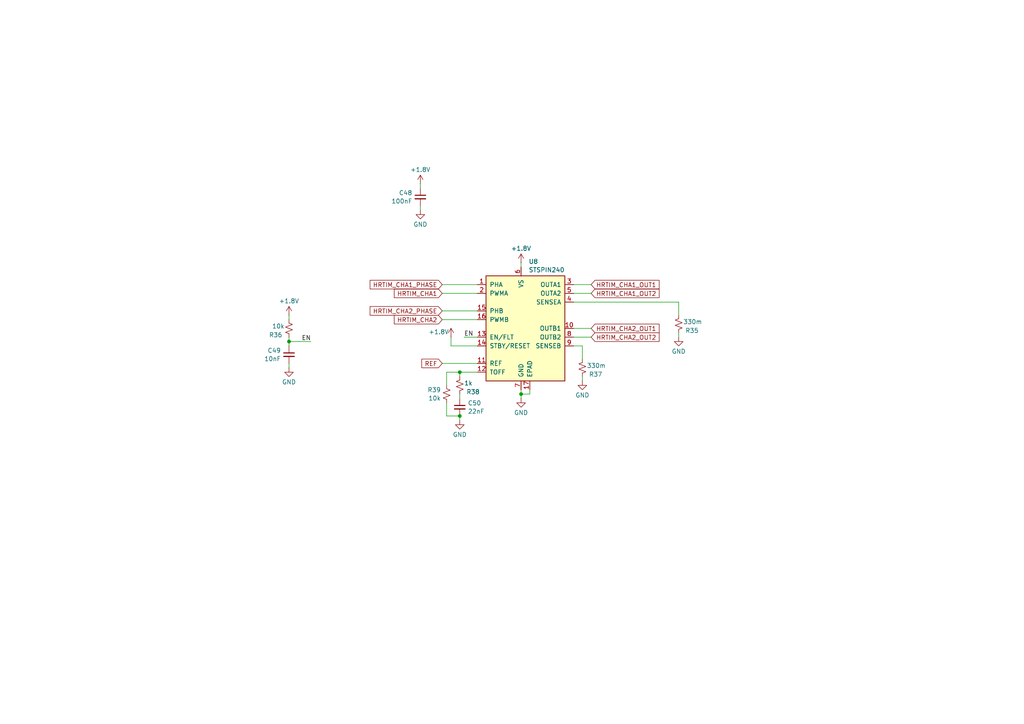
<source format=kicad_sch>
(kicad_sch
	(version 20231120)
	(generator "eeschema")
	(generator_version "8.0")
	(uuid "678b9aec-26bf-4f27-ba87-71e2ec76edda")
	(paper "A4")
	(lib_symbols
		(symbol "Device:C_Small"
			(pin_numbers hide)
			(pin_names
				(offset 0.254) hide)
			(exclude_from_sim no)
			(in_bom yes)
			(on_board yes)
			(property "Reference" "C"
				(at 0.254 1.778 0)
				(effects
					(font
						(size 1.27 1.27)
					)
					(justify left)
				)
			)
			(property "Value" "C_Small"
				(at 0.254 -2.032 0)
				(effects
					(font
						(size 1.27 1.27)
					)
					(justify left)
				)
			)
			(property "Footprint" ""
				(at 0 0 0)
				(effects
					(font
						(size 1.27 1.27)
					)
					(hide yes)
				)
			)
			(property "Datasheet" "~"
				(at 0 0 0)
				(effects
					(font
						(size 1.27 1.27)
					)
					(hide yes)
				)
			)
			(property "Description" "Unpolarized capacitor, small symbol"
				(at 0 0 0)
				(effects
					(font
						(size 1.27 1.27)
					)
					(hide yes)
				)
			)
			(property "ki_keywords" "capacitor cap"
				(at 0 0 0)
				(effects
					(font
						(size 1.27 1.27)
					)
					(hide yes)
				)
			)
			(property "ki_fp_filters" "C_*"
				(at 0 0 0)
				(effects
					(font
						(size 1.27 1.27)
					)
					(hide yes)
				)
			)
			(symbol "C_Small_0_1"
				(polyline
					(pts
						(xy -1.524 -0.508) (xy 1.524 -0.508)
					)
					(stroke
						(width 0.3302)
						(type default)
					)
					(fill
						(type none)
					)
				)
				(polyline
					(pts
						(xy -1.524 0.508) (xy 1.524 0.508)
					)
					(stroke
						(width 0.3048)
						(type default)
					)
					(fill
						(type none)
					)
				)
			)
			(symbol "C_Small_1_1"
				(pin passive line
					(at 0 2.54 270)
					(length 2.032)
					(name "~"
						(effects
							(font
								(size 1.27 1.27)
							)
						)
					)
					(number "1"
						(effects
							(font
								(size 1.27 1.27)
							)
						)
					)
				)
				(pin passive line
					(at 0 -2.54 90)
					(length 2.032)
					(name "~"
						(effects
							(font
								(size 1.27 1.27)
							)
						)
					)
					(number "2"
						(effects
							(font
								(size 1.27 1.27)
							)
						)
					)
				)
			)
		)
		(symbol "Device:R_Small_US"
			(pin_numbers hide)
			(pin_names
				(offset 0.254) hide)
			(exclude_from_sim no)
			(in_bom yes)
			(on_board yes)
			(property "Reference" "R"
				(at 0.762 0.508 0)
				(effects
					(font
						(size 1.27 1.27)
					)
					(justify left)
				)
			)
			(property "Value" "R_Small_US"
				(at 0.762 -1.016 0)
				(effects
					(font
						(size 1.27 1.27)
					)
					(justify left)
				)
			)
			(property "Footprint" ""
				(at 0 0 0)
				(effects
					(font
						(size 1.27 1.27)
					)
					(hide yes)
				)
			)
			(property "Datasheet" "~"
				(at 0 0 0)
				(effects
					(font
						(size 1.27 1.27)
					)
					(hide yes)
				)
			)
			(property "Description" "Resistor, small US symbol"
				(at 0 0 0)
				(effects
					(font
						(size 1.27 1.27)
					)
					(hide yes)
				)
			)
			(property "ki_keywords" "r resistor"
				(at 0 0 0)
				(effects
					(font
						(size 1.27 1.27)
					)
					(hide yes)
				)
			)
			(property "ki_fp_filters" "R_*"
				(at 0 0 0)
				(effects
					(font
						(size 1.27 1.27)
					)
					(hide yes)
				)
			)
			(symbol "R_Small_US_1_1"
				(polyline
					(pts
						(xy 0 0) (xy 1.016 -0.381) (xy 0 -0.762) (xy -1.016 -1.143) (xy 0 -1.524)
					)
					(stroke
						(width 0)
						(type default)
					)
					(fill
						(type none)
					)
				)
				(polyline
					(pts
						(xy 0 1.524) (xy 1.016 1.143) (xy 0 0.762) (xy -1.016 0.381) (xy 0 0)
					)
					(stroke
						(width 0)
						(type default)
					)
					(fill
						(type none)
					)
				)
				(pin passive line
					(at 0 2.54 270)
					(length 1.016)
					(name "~"
						(effects
							(font
								(size 1.27 1.27)
							)
						)
					)
					(number "1"
						(effects
							(font
								(size 1.27 1.27)
							)
						)
					)
				)
				(pin passive line
					(at 0 -2.54 90)
					(length 1.016)
					(name "~"
						(effects
							(font
								(size 1.27 1.27)
							)
						)
					)
					(number "2"
						(effects
							(font
								(size 1.27 1.27)
							)
						)
					)
				)
			)
		)
		(symbol "Driver_Motor:STSPIN240"
			(pin_names
				(offset 1.016)
			)
			(exclude_from_sim no)
			(in_bom yes)
			(on_board yes)
			(property "Reference" "U"
				(at -10.16 16.51 0)
				(effects
					(font
						(size 1.27 1.27)
					)
					(justify left)
				)
			)
			(property "Value" "STSPIN240"
				(at 5.08 16.51 0)
				(effects
					(font
						(size 1.27 1.27)
					)
					(justify left)
				)
			)
			(property "Footprint" "Package_DFN_QFN:VQFN-16-1EP_3x3mm_P0.5mm_EP1.8x1.8mm"
				(at 5.08 19.05 0)
				(effects
					(font
						(size 1.27 1.27)
					)
					(justify left)
					(hide yes)
				)
			)
			(property "Datasheet" "www.st.com/resource/en/datasheet/stspin240.pdf"
				(at 3.81 6.35 0)
				(effects
					(font
						(size 1.27 1.27)
					)
					(hide yes)
				)
			)
			(property "Description" "Low voltage dual brush DC motor driver, 1.8V to 10V input, 1.3Arms output, 0.4Ω Rdson per phase (typical), QFN-16 package"
				(at 0 0 0)
				(effects
					(font
						(size 1.27 1.27)
					)
					(hide yes)
				)
			)
			(property "ki_keywords" "motor driver dc brushed"
				(at 0 0 0)
				(effects
					(font
						(size 1.27 1.27)
					)
					(hide yes)
				)
			)
			(property "ki_fp_filters" "VQFN*1EP*3x3mm*P0.5mm*"
				(at 0 0 0)
				(effects
					(font
						(size 1.27 1.27)
					)
					(hide yes)
				)
			)
			(symbol "STSPIN240_0_1"
				(rectangle
					(start -10.16 15.24)
					(end 12.7 -15.24)
					(stroke
						(width 0.254)
						(type default)
					)
					(fill
						(type background)
					)
				)
			)
			(symbol "STSPIN240_1_1"
				(pin input line
					(at -12.7 12.7 0)
					(length 2.54)
					(name "PHA"
						(effects
							(font
								(size 1.27 1.27)
							)
						)
					)
					(number "1"
						(effects
							(font
								(size 1.27 1.27)
							)
						)
					)
				)
				(pin power_out line
					(at 15.24 0 180)
					(length 2.54)
					(name "OUTB1"
						(effects
							(font
								(size 1.27 1.27)
							)
						)
					)
					(number "10"
						(effects
							(font
								(size 1.27 1.27)
							)
						)
					)
				)
				(pin input line
					(at -12.7 -10.16 0)
					(length 2.54)
					(name "REF"
						(effects
							(font
								(size 1.27 1.27)
							)
						)
					)
					(number "11"
						(effects
							(font
								(size 1.27 1.27)
							)
						)
					)
				)
				(pin input line
					(at -12.7 -12.7 0)
					(length 2.54)
					(name "TOFF"
						(effects
							(font
								(size 1.27 1.27)
							)
						)
					)
					(number "12"
						(effects
							(font
								(size 1.27 1.27)
							)
						)
					)
				)
				(pin bidirectional line
					(at -12.7 -2.54 0)
					(length 2.54)
					(name "EN/FLT"
						(effects
							(font
								(size 1.27 1.27)
							)
						)
					)
					(number "13"
						(effects
							(font
								(size 1.27 1.27)
							)
						)
					)
				)
				(pin input line
					(at -12.7 -5.08 0)
					(length 2.54)
					(name "STBY/RESET"
						(effects
							(font
								(size 1.27 1.27)
							)
						)
					)
					(number "14"
						(effects
							(font
								(size 1.27 1.27)
							)
						)
					)
				)
				(pin input line
					(at -12.7 5.08 0)
					(length 2.54)
					(name "PHB"
						(effects
							(font
								(size 1.27 1.27)
							)
						)
					)
					(number "15"
						(effects
							(font
								(size 1.27 1.27)
							)
						)
					)
				)
				(pin input line
					(at -12.7 2.54 0)
					(length 2.54)
					(name "PWMB"
						(effects
							(font
								(size 1.27 1.27)
							)
						)
					)
					(number "16"
						(effects
							(font
								(size 1.27 1.27)
							)
						)
					)
				)
				(pin power_in line
					(at 2.54 -17.78 90)
					(length 2.54)
					(name "EPAD"
						(effects
							(font
								(size 1.27 1.27)
							)
						)
					)
					(number "17"
						(effects
							(font
								(size 1.27 1.27)
							)
						)
					)
				)
				(pin input line
					(at -12.7 10.16 0)
					(length 2.54)
					(name "PWMA"
						(effects
							(font
								(size 1.27 1.27)
							)
						)
					)
					(number "2"
						(effects
							(font
								(size 1.27 1.27)
							)
						)
					)
				)
				(pin power_out line
					(at 15.24 12.7 180)
					(length 2.54)
					(name "OUTA1"
						(effects
							(font
								(size 1.27 1.27)
							)
						)
					)
					(number "3"
						(effects
							(font
								(size 1.27 1.27)
							)
						)
					)
				)
				(pin power_out line
					(at 15.24 7.62 180)
					(length 2.54)
					(name "SENSEA"
						(effects
							(font
								(size 1.27 1.27)
							)
						)
					)
					(number "4"
						(effects
							(font
								(size 1.27 1.27)
							)
						)
					)
				)
				(pin power_out line
					(at 15.24 10.16 180)
					(length 2.54)
					(name "OUTA2"
						(effects
							(font
								(size 1.27 1.27)
							)
						)
					)
					(number "5"
						(effects
							(font
								(size 1.27 1.27)
							)
						)
					)
				)
				(pin power_in line
					(at 0 17.78 270)
					(length 2.54)
					(name "VS"
						(effects
							(font
								(size 1.27 1.27)
							)
						)
					)
					(number "6"
						(effects
							(font
								(size 1.27 1.27)
							)
						)
					)
				)
				(pin power_in line
					(at 0 -17.78 90)
					(length 2.54)
					(name "GND"
						(effects
							(font
								(size 1.27 1.27)
							)
						)
					)
					(number "7"
						(effects
							(font
								(size 1.27 1.27)
							)
						)
					)
				)
				(pin power_out line
					(at 15.24 -2.54 180)
					(length 2.54)
					(name "OUTB2"
						(effects
							(font
								(size 1.27 1.27)
							)
						)
					)
					(number "8"
						(effects
							(font
								(size 1.27 1.27)
							)
						)
					)
				)
				(pin power_out line
					(at 15.24 -5.08 180)
					(length 2.54)
					(name "SENSEB"
						(effects
							(font
								(size 1.27 1.27)
							)
						)
					)
					(number "9"
						(effects
							(font
								(size 1.27 1.27)
							)
						)
					)
				)
			)
		)
		(symbol "power:+1V8"
			(power)
			(pin_numbers hide)
			(pin_names
				(offset 0) hide)
			(exclude_from_sim no)
			(in_bom yes)
			(on_board yes)
			(property "Reference" "#PWR"
				(at 0 -3.81 0)
				(effects
					(font
						(size 1.27 1.27)
					)
					(hide yes)
				)
			)
			(property "Value" "+1V8"
				(at 0 3.556 0)
				(effects
					(font
						(size 1.27 1.27)
					)
				)
			)
			(property "Footprint" ""
				(at 0 0 0)
				(effects
					(font
						(size 1.27 1.27)
					)
					(hide yes)
				)
			)
			(property "Datasheet" ""
				(at 0 0 0)
				(effects
					(font
						(size 1.27 1.27)
					)
					(hide yes)
				)
			)
			(property "Description" "Power symbol creates a global label with name \"+1V8\""
				(at 0 0 0)
				(effects
					(font
						(size 1.27 1.27)
					)
					(hide yes)
				)
			)
			(property "ki_keywords" "global power"
				(at 0 0 0)
				(effects
					(font
						(size 1.27 1.27)
					)
					(hide yes)
				)
			)
			(symbol "+1V8_0_1"
				(polyline
					(pts
						(xy -0.762 1.27) (xy 0 2.54)
					)
					(stroke
						(width 0)
						(type default)
					)
					(fill
						(type none)
					)
				)
				(polyline
					(pts
						(xy 0 0) (xy 0 2.54)
					)
					(stroke
						(width 0)
						(type default)
					)
					(fill
						(type none)
					)
				)
				(polyline
					(pts
						(xy 0 2.54) (xy 0.762 1.27)
					)
					(stroke
						(width 0)
						(type default)
					)
					(fill
						(type none)
					)
				)
			)
			(symbol "+1V8_1_1"
				(pin power_in line
					(at 0 0 90)
					(length 0)
					(name "~"
						(effects
							(font
								(size 1.27 1.27)
							)
						)
					)
					(number "1"
						(effects
							(font
								(size 1.27 1.27)
							)
						)
					)
				)
			)
		)
		(symbol "power:GND"
			(power)
			(pin_numbers hide)
			(pin_names
				(offset 0) hide)
			(exclude_from_sim no)
			(in_bom yes)
			(on_board yes)
			(property "Reference" "#PWR"
				(at 0 -6.35 0)
				(effects
					(font
						(size 1.27 1.27)
					)
					(hide yes)
				)
			)
			(property "Value" "GND"
				(at 0 -3.81 0)
				(effects
					(font
						(size 1.27 1.27)
					)
				)
			)
			(property "Footprint" ""
				(at 0 0 0)
				(effects
					(font
						(size 1.27 1.27)
					)
					(hide yes)
				)
			)
			(property "Datasheet" ""
				(at 0 0 0)
				(effects
					(font
						(size 1.27 1.27)
					)
					(hide yes)
				)
			)
			(property "Description" "Power symbol creates a global label with name \"GND\" , ground"
				(at 0 0 0)
				(effects
					(font
						(size 1.27 1.27)
					)
					(hide yes)
				)
			)
			(property "ki_keywords" "global power"
				(at 0 0 0)
				(effects
					(font
						(size 1.27 1.27)
					)
					(hide yes)
				)
			)
			(symbol "GND_0_1"
				(polyline
					(pts
						(xy 0 0) (xy 0 -1.27) (xy 1.27 -1.27) (xy 0 -2.54) (xy -1.27 -1.27) (xy 0 -1.27)
					)
					(stroke
						(width 0)
						(type default)
					)
					(fill
						(type none)
					)
				)
			)
			(symbol "GND_1_1"
				(pin power_in line
					(at 0 0 270)
					(length 0)
					(name "~"
						(effects
							(font
								(size 1.27 1.27)
							)
						)
					)
					(number "1"
						(effects
							(font
								(size 1.27 1.27)
							)
						)
					)
				)
			)
		)
	)
	(junction
		(at 133.35 120.65)
		(diameter 0)
		(color 0 0 0 0)
		(uuid "42d6576e-fadb-4563-9fc6-3a42c8f7e3c8")
	)
	(junction
		(at 133.35 107.95)
		(diameter 0)
		(color 0 0 0 0)
		(uuid "667f0bd6-b12d-4faa-987f-927ccb27679f")
	)
	(junction
		(at 151.13 114.3)
		(diameter 0)
		(color 0 0 0 0)
		(uuid "b8536958-cabd-4320-bfca-2face8fcc9a7")
	)
	(junction
		(at 83.82 99.06)
		(diameter 0)
		(color 0 0 0 0)
		(uuid "d7e75411-1de3-452c-afc2-da1331c922c2")
	)
	(wire
		(pts
			(xy 151.13 76.2) (xy 151.13 77.47)
		)
		(stroke
			(width 0)
			(type default)
		)
		(uuid "0df78f29-7091-44f6-a730-ef372ed57675")
	)
	(wire
		(pts
			(xy 133.35 107.95) (xy 133.35 109.22)
		)
		(stroke
			(width 0)
			(type default)
		)
		(uuid "136b5161-d7ef-4375-aa91-e102651a4665")
	)
	(wire
		(pts
			(xy 168.91 100.33) (xy 166.37 100.33)
		)
		(stroke
			(width 0)
			(type default)
		)
		(uuid "154c620a-04df-4b2c-84d6-36da2c79bbea")
	)
	(wire
		(pts
			(xy 121.92 59.69) (xy 121.92 60.96)
		)
		(stroke
			(width 0)
			(type default)
		)
		(uuid "1ea7bd63-8734-448b-980b-014f4ca342f1")
	)
	(wire
		(pts
			(xy 133.35 114.3) (xy 133.35 115.57)
		)
		(stroke
			(width 0)
			(type default)
		)
		(uuid "2081ed10-af47-4487-84ed-017469b4fdb8")
	)
	(wire
		(pts
			(xy 128.27 92.71) (xy 138.43 92.71)
		)
		(stroke
			(width 0)
			(type default)
		)
		(uuid "24beaf91-e7d3-4e03-a638-690a46340679")
	)
	(wire
		(pts
			(xy 168.91 109.22) (xy 168.91 110.49)
		)
		(stroke
			(width 0)
			(type default)
		)
		(uuid "32926c58-e476-43b4-99b4-f50b1bd7289c")
	)
	(wire
		(pts
			(xy 83.82 99.06) (xy 83.82 100.33)
		)
		(stroke
			(width 0)
			(type default)
		)
		(uuid "3421b40e-45e7-4ac7-915c-5c46804131b9")
	)
	(wire
		(pts
			(xy 129.54 120.65) (xy 133.35 120.65)
		)
		(stroke
			(width 0)
			(type default)
		)
		(uuid "416fd5ac-a650-418e-931e-fcded8135e33")
	)
	(wire
		(pts
			(xy 128.27 90.17) (xy 138.43 90.17)
		)
		(stroke
			(width 0)
			(type default)
		)
		(uuid "424cc603-8d4e-4823-ae49-81b1618ee283")
	)
	(wire
		(pts
			(xy 168.91 104.14) (xy 168.91 100.33)
		)
		(stroke
			(width 0)
			(type default)
		)
		(uuid "48380410-9649-43e2-908f-c3ad67ad29b7")
	)
	(wire
		(pts
			(xy 151.13 113.03) (xy 151.13 114.3)
		)
		(stroke
			(width 0)
			(type default)
		)
		(uuid "5cf3c158-a797-45ff-8d5c-d0d1fafe3a22")
	)
	(wire
		(pts
			(xy 83.82 105.41) (xy 83.82 106.68)
		)
		(stroke
			(width 0)
			(type default)
		)
		(uuid "63b91a7c-7c95-4637-acd6-fcc77520c5dc")
	)
	(wire
		(pts
			(xy 196.85 87.63) (xy 196.85 91.44)
		)
		(stroke
			(width 0)
			(type default)
		)
		(uuid "6e4cef16-5184-4768-b13c-e683484dc67d")
	)
	(wire
		(pts
			(xy 129.54 107.95) (xy 133.35 107.95)
		)
		(stroke
			(width 0)
			(type default)
		)
		(uuid "7a2f5d6d-f89b-4009-be9b-50d00f32949b")
	)
	(wire
		(pts
			(xy 128.27 82.55) (xy 138.43 82.55)
		)
		(stroke
			(width 0)
			(type default)
		)
		(uuid "803c6951-769d-4787-a8a8-9d5548901c73")
	)
	(wire
		(pts
			(xy 121.92 53.34) (xy 121.92 54.61)
		)
		(stroke
			(width 0)
			(type default)
		)
		(uuid "81df2ca9-c94f-4f2b-a3c6-fd7d2f5cd330")
	)
	(wire
		(pts
			(xy 171.45 97.79) (xy 166.37 97.79)
		)
		(stroke
			(width 0)
			(type default)
		)
		(uuid "86b89144-a35d-4606-bee6-e66409accc8b")
	)
	(wire
		(pts
			(xy 138.43 97.79) (xy 134.62 97.79)
		)
		(stroke
			(width 0)
			(type default)
		)
		(uuid "87ebdfcb-394e-45c3-bb85-92d5e78fab56")
	)
	(wire
		(pts
			(xy 128.27 85.09) (xy 138.43 85.09)
		)
		(stroke
			(width 0)
			(type default)
		)
		(uuid "8e1f1e4d-a6da-4aa4-97a4-ceec37ac802b")
	)
	(wire
		(pts
			(xy 171.45 82.55) (xy 166.37 82.55)
		)
		(stroke
			(width 0)
			(type default)
		)
		(uuid "9073e5b9-c9af-4baa-b7cc-01e4e0e8170f")
	)
	(wire
		(pts
			(xy 133.35 107.95) (xy 138.43 107.95)
		)
		(stroke
			(width 0)
			(type default)
		)
		(uuid "af0d2cc6-489d-454c-9b05-ca897f917682")
	)
	(wire
		(pts
			(xy 130.81 100.33) (xy 138.43 100.33)
		)
		(stroke
			(width 0)
			(type default)
		)
		(uuid "b17469f9-4bfa-4158-bb7d-36070dad954a")
	)
	(wire
		(pts
			(xy 130.81 97.79) (xy 130.81 100.33)
		)
		(stroke
			(width 0)
			(type default)
		)
		(uuid "b99a87d4-af7a-4089-919c-45c7b3e63e22")
	)
	(wire
		(pts
			(xy 83.82 97.79) (xy 83.82 99.06)
		)
		(stroke
			(width 0)
			(type default)
		)
		(uuid "bab4188a-e630-4411-9ebd-0ebfae15cdb7")
	)
	(wire
		(pts
			(xy 171.45 85.09) (xy 166.37 85.09)
		)
		(stroke
			(width 0)
			(type default)
		)
		(uuid "bdd1b05d-dd6b-43d2-8213-f03d27a27000")
	)
	(wire
		(pts
			(xy 151.13 114.3) (xy 151.13 115.57)
		)
		(stroke
			(width 0)
			(type default)
		)
		(uuid "c05a63b7-2286-49ac-88b8-9c002ca85a9b")
	)
	(wire
		(pts
			(xy 196.85 87.63) (xy 166.37 87.63)
		)
		(stroke
			(width 0)
			(type default)
		)
		(uuid "c703d5d0-28ac-450a-9e81-ebc92b083f82")
	)
	(wire
		(pts
			(xy 128.27 105.41) (xy 138.43 105.41)
		)
		(stroke
			(width 0)
			(type default)
		)
		(uuid "d35195cc-7528-460d-9bc1-1c284727c64a")
	)
	(wire
		(pts
			(xy 129.54 116.84) (xy 129.54 120.65)
		)
		(stroke
			(width 0)
			(type default)
		)
		(uuid "df4c6b07-3cee-4d76-82ac-68278b1b2a0b")
	)
	(wire
		(pts
			(xy 83.82 91.44) (xy 83.82 92.71)
		)
		(stroke
			(width 0)
			(type default)
		)
		(uuid "e0f0e4df-3c11-491b-8c83-7b2feb1c5868")
	)
	(wire
		(pts
			(xy 153.67 114.3) (xy 153.67 113.03)
		)
		(stroke
			(width 0)
			(type default)
		)
		(uuid "e511d5ce-c0d6-4f17-bf9c-e17cd78b2211")
	)
	(wire
		(pts
			(xy 83.82 99.06) (xy 90.17 99.06)
		)
		(stroke
			(width 0)
			(type default)
		)
		(uuid "e535f119-b11d-44d9-8320-a66c01ce3ac1")
	)
	(wire
		(pts
			(xy 129.54 107.95) (xy 129.54 111.76)
		)
		(stroke
			(width 0)
			(type default)
		)
		(uuid "ea7df6dd-d206-4b50-ba0f-4867bd8d5e3c")
	)
	(wire
		(pts
			(xy 196.85 96.52) (xy 196.85 97.79)
		)
		(stroke
			(width 0)
			(type default)
		)
		(uuid "eedb8325-9b7d-43e3-aeb3-3c1bcc0fd479")
	)
	(wire
		(pts
			(xy 151.13 114.3) (xy 153.67 114.3)
		)
		(stroke
			(width 0)
			(type default)
		)
		(uuid "f25e5032-c755-44ef-8098-cb8f9e78830f")
	)
	(wire
		(pts
			(xy 171.45 95.25) (xy 166.37 95.25)
		)
		(stroke
			(width 0)
			(type default)
		)
		(uuid "f53cb537-a4c1-47fa-b30f-4b9840c5326a")
	)
	(wire
		(pts
			(xy 133.35 121.92) (xy 133.35 120.65)
		)
		(stroke
			(width 0)
			(type default)
		)
		(uuid "fcb6524b-ad1e-4656-ace8-fb400e227a7f")
	)
	(label "EN"
		(at 134.62 97.79 0)
		(fields_autoplaced yes)
		(effects
			(font
				(size 1.27 1.27)
			)
			(justify left bottom)
		)
		(uuid "2d735b23-4b75-4cc8-8522-77b72559e13e")
	)
	(label "EN"
		(at 90.17 99.06 180)
		(fields_autoplaced yes)
		(effects
			(font
				(size 1.27 1.27)
			)
			(justify right bottom)
		)
		(uuid "fc3e2e52-2328-484c-bc85-8e920ea7a8f4")
	)
	(global_label "HRTIM_CHA2_OUT2"
		(shape input)
		(at 171.45 97.79 0)
		(fields_autoplaced yes)
		(effects
			(font
				(size 1.27 1.27)
			)
			(justify left)
		)
		(uuid "0916f1e1-e781-42d1-9e17-73c5d96ff18a")
		(property "Intersheetrefs" "${INTERSHEET_REFS}"
			(at 191.7314 97.79 0)
			(effects
				(font
					(size 1.27 1.27)
				)
				(justify left)
				(hide yes)
			)
		)
	)
	(global_label "HRTIM_CHA2"
		(shape input)
		(at 128.27 92.71 180)
		(fields_autoplaced yes)
		(effects
			(font
				(size 1.27 1.27)
			)
			(justify right)
		)
		(uuid "58b2eda6-4dac-4b30-9252-55102a16717b")
		(property "Intersheetrefs" "${INTERSHEET_REFS}"
			(at 113.7943 92.71 0)
			(effects
				(font
					(size 1.27 1.27)
				)
				(justify right)
				(hide yes)
			)
		)
	)
	(global_label "HRTIM_CHA2_OUT1"
		(shape input)
		(at 171.45 95.25 0)
		(fields_autoplaced yes)
		(effects
			(font
				(size 1.27 1.27)
			)
			(justify left)
		)
		(uuid "68b3a515-5243-4b3b-9502-9360b1176ff4")
		(property "Intersheetrefs" "${INTERSHEET_REFS}"
			(at 191.7314 95.25 0)
			(effects
				(font
					(size 1.27 1.27)
				)
				(justify left)
				(hide yes)
			)
		)
	)
	(global_label "HRTIM_CHA2_PHASE"
		(shape input)
		(at 128.27 90.17 180)
		(fields_autoplaced yes)
		(effects
			(font
				(size 1.27 1.27)
			)
			(justify right)
		)
		(uuid "8b813cc2-a0aa-4d22-9809-183b5a09753d")
		(property "Intersheetrefs" "${INTERSHEET_REFS}"
			(at 106.7791 90.17 0)
			(effects
				(font
					(size 1.27 1.27)
				)
				(justify right)
				(hide yes)
			)
		)
	)
	(global_label "HRTIM_CHA1_OUT1"
		(shape input)
		(at 171.45 82.55 0)
		(fields_autoplaced yes)
		(effects
			(font
				(size 1.27 1.27)
			)
			(justify left)
		)
		(uuid "97ece310-307b-4152-8a11-8a70fea0c9c2")
		(property "Intersheetrefs" "${INTERSHEET_REFS}"
			(at 191.7314 82.55 0)
			(effects
				(font
					(size 1.27 1.27)
				)
				(justify left)
				(hide yes)
			)
		)
	)
	(global_label "HRTIM_CHA1_OUT2"
		(shape input)
		(at 171.45 85.09 0)
		(fields_autoplaced yes)
		(effects
			(font
				(size 1.27 1.27)
			)
			(justify left)
		)
		(uuid "980f5419-d0c4-486f-8fb5-4f244c9ff7b5")
		(property "Intersheetrefs" "${INTERSHEET_REFS}"
			(at 191.7314 85.09 0)
			(effects
				(font
					(size 1.27 1.27)
				)
				(justify left)
				(hide yes)
			)
		)
	)
	(global_label "REF"
		(shape input)
		(at 128.27 105.41 180)
		(fields_autoplaced yes)
		(effects
			(font
				(size 1.27 1.27)
			)
			(justify right)
		)
		(uuid "a0dc2bc4-5b4f-4c18-86e8-8fa5de828bae")
		(property "Intersheetrefs" "${INTERSHEET_REFS}"
			(at 121.7772 105.41 0)
			(effects
				(font
					(size 1.27 1.27)
				)
				(justify right)
				(hide yes)
			)
		)
	)
	(global_label "HRTIM_CHA1_PHASE"
		(shape input)
		(at 128.27 82.55 180)
		(fields_autoplaced yes)
		(effects
			(font
				(size 1.27 1.27)
			)
			(justify right)
		)
		(uuid "a4881ba1-4837-43a5-b98c-30b78eaa4774")
		(property "Intersheetrefs" "${INTERSHEET_REFS}"
			(at 106.7791 82.55 0)
			(effects
				(font
					(size 1.27 1.27)
				)
				(justify right)
				(hide yes)
			)
		)
	)
	(global_label "HRTIM_CHA1"
		(shape input)
		(at 128.27 85.09 180)
		(fields_autoplaced yes)
		(effects
			(font
				(size 1.27 1.27)
			)
			(justify right)
		)
		(uuid "b6dee8e1-f56e-4501-a1ed-fa3e6493b6f5")
		(property "Intersheetrefs" "${INTERSHEET_REFS}"
			(at 113.7943 85.09 0)
			(effects
				(font
					(size 1.27 1.27)
				)
				(justify right)
				(hide yes)
			)
		)
	)
	(symbol
		(lib_id "Device:R_Small_US")
		(at 133.35 111.76 0)
		(mirror y)
		(unit 1)
		(exclude_from_sim no)
		(in_bom yes)
		(on_board yes)
		(dnp no)
		(uuid "08d3599f-af0c-44bb-81d5-91e8f1f358cf")
		(property "Reference" "R38"
			(at 135.255 113.665 0)
			(effects
				(font
					(size 1.27 1.27)
				)
				(justify right)
			)
		)
		(property "Value" "1k"
			(at 134.62 111.125 0)
			(effects
				(font
					(size 1.27 1.27)
				)
				(justify right)
			)
		)
		(property "Footprint" "Resistor_SMD:R_0402_1005Metric"
			(at 133.35 111.76 0)
			(effects
				(font
					(size 1.27 1.27)
				)
				(hide yes)
			)
		)
		(property "Datasheet" "~"
			(at 133.35 111.76 0)
			(effects
				(font
					(size 1.27 1.27)
				)
				(hide yes)
			)
		)
		(property "Description" ""
			(at 133.35 111.76 0)
			(effects
				(font
					(size 1.27 1.27)
				)
				(hide yes)
			)
		)
		(property "LCSC" "C11702"
			(at 133.35 111.76 0)
			(effects
				(font
					(size 1.27 1.27)
				)
				(hide yes)
			)
		)
		(pin "1"
			(uuid "41046e14-017f-472c-be24-e0bbb0c770d5")
		)
		(pin "2"
			(uuid "bb1a8c89-386c-406f-b060-5d30882811d7")
		)
		(instances
			(project "kasm_pcb_rev2"
				(path "/b88f3414-095b-412c-ac5e-63ceec91c7e6/2d3f9a94-2f4e-4d4f-b431-cd37d3bb57a3/2788d213-23ce-480b-8d10-78985ff38e87"
					(reference "R38")
					(unit 1)
				)
			)
		)
	)
	(symbol
		(lib_id "power:GND")
		(at 151.13 115.57 0)
		(unit 1)
		(exclude_from_sim no)
		(in_bom yes)
		(on_board yes)
		(dnp no)
		(uuid "0999cc4d-196e-43d7-9300-6dc4805e5618")
		(property "Reference" "#PWR0104"
			(at 151.13 121.92 0)
			(effects
				(font
					(size 1.27 1.27)
				)
				(hide yes)
			)
		)
		(property "Value" "GND"
			(at 151.13 119.7031 0)
			(effects
				(font
					(size 1.27 1.27)
				)
			)
		)
		(property "Footprint" ""
			(at 151.13 115.57 0)
			(effects
				(font
					(size 1.27 1.27)
				)
				(hide yes)
			)
		)
		(property "Datasheet" ""
			(at 151.13 115.57 0)
			(effects
				(font
					(size 1.27 1.27)
				)
				(hide yes)
			)
		)
		(property "Description" "Power symbol creates a global label with name \"GND\" , ground"
			(at 151.13 115.57 0)
			(effects
				(font
					(size 1.27 1.27)
				)
				(hide yes)
			)
		)
		(pin "1"
			(uuid "2a3391c7-1101-4fae-8b63-a83e57a0c38a")
		)
		(instances
			(project "kasm_pcb_rev2"
				(path "/b88f3414-095b-412c-ac5e-63ceec91c7e6/2d3f9a94-2f4e-4d4f-b431-cd37d3bb57a3/2788d213-23ce-480b-8d10-78985ff38e87"
					(reference "#PWR0104")
					(unit 1)
				)
			)
		)
	)
	(symbol
		(lib_id "Device:R_Small_US")
		(at 196.85 93.98 0)
		(mirror y)
		(unit 1)
		(exclude_from_sim no)
		(in_bom yes)
		(on_board yes)
		(dnp no)
		(uuid "0c943832-355b-4dd2-80d1-86cc87ab732c")
		(property "Reference" "R35"
			(at 198.755 95.885 0)
			(effects
				(font
					(size 1.27 1.27)
				)
				(justify right)
			)
		)
		(property "Value" "330m"
			(at 198.12 93.345 0)
			(effects
				(font
					(size 1.27 1.27)
				)
				(justify right)
			)
		)
		(property "Footprint" "Resistor_SMD:R_0402_1005Metric"
			(at 196.85 93.98 0)
			(effects
				(font
					(size 1.27 1.27)
				)
				(hide yes)
			)
		)
		(property "Datasheet" "~"
			(at 196.85 93.98 0)
			(effects
				(font
					(size 1.27 1.27)
				)
				(hide yes)
			)
		)
		(property "Description" ""
			(at 196.85 93.98 0)
			(effects
				(font
					(size 1.27 1.27)
				)
				(hide yes)
			)
		)
		(property "LCSC" "C332660"
			(at 196.85 93.98 0)
			(effects
				(font
					(size 1.27 1.27)
				)
				(hide yes)
			)
		)
		(pin "1"
			(uuid "a9e8ee91-548c-4aa6-aeca-b40ed50559b3")
		)
		(pin "2"
			(uuid "0ab7b7cd-2e62-4e22-9481-2ba057e6b33e")
		)
		(instances
			(project "kasm_pcb_rev2"
				(path "/b88f3414-095b-412c-ac5e-63ceec91c7e6/2d3f9a94-2f4e-4d4f-b431-cd37d3bb57a3/2788d213-23ce-480b-8d10-78985ff38e87"
					(reference "R35")
					(unit 1)
				)
			)
		)
	)
	(symbol
		(lib_id "power:GND")
		(at 133.35 121.92 0)
		(unit 1)
		(exclude_from_sim no)
		(in_bom yes)
		(on_board yes)
		(dnp no)
		(uuid "14826b93-6e2a-40a6-8261-c4025ad4b572")
		(property "Reference" "#PWR0105"
			(at 133.35 128.27 0)
			(effects
				(font
					(size 1.27 1.27)
				)
				(hide yes)
			)
		)
		(property "Value" "GND"
			(at 133.35 126.0531 0)
			(effects
				(font
					(size 1.27 1.27)
				)
			)
		)
		(property "Footprint" ""
			(at 133.35 121.92 0)
			(effects
				(font
					(size 1.27 1.27)
				)
				(hide yes)
			)
		)
		(property "Datasheet" ""
			(at 133.35 121.92 0)
			(effects
				(font
					(size 1.27 1.27)
				)
				(hide yes)
			)
		)
		(property "Description" "Power symbol creates a global label with name \"GND\" , ground"
			(at 133.35 121.92 0)
			(effects
				(font
					(size 1.27 1.27)
				)
				(hide yes)
			)
		)
		(pin "1"
			(uuid "cdb8e069-d69b-41bc-be37-f1d3491f8770")
		)
		(instances
			(project "kasm_pcb_rev2"
				(path "/b88f3414-095b-412c-ac5e-63ceec91c7e6/2d3f9a94-2f4e-4d4f-b431-cd37d3bb57a3/2788d213-23ce-480b-8d10-78985ff38e87"
					(reference "#PWR0105")
					(unit 1)
				)
			)
		)
	)
	(symbol
		(lib_id "Device:R_Small_US")
		(at 83.82 95.25 0)
		(unit 1)
		(exclude_from_sim no)
		(in_bom yes)
		(on_board yes)
		(dnp no)
		(uuid "23119a32-3781-4e14-9518-f3722f383c32")
		(property "Reference" "R36"
			(at 81.915 97.155 0)
			(effects
				(font
					(size 1.27 1.27)
				)
				(justify right)
			)
		)
		(property "Value" "10k"
			(at 82.55 94.615 0)
			(effects
				(font
					(size 1.27 1.27)
				)
				(justify right)
			)
		)
		(property "Footprint" "Resistor_SMD:R_0402_1005Metric"
			(at 83.82 95.25 0)
			(effects
				(font
					(size 1.27 1.27)
				)
				(hide yes)
			)
		)
		(property "Datasheet" "~"
			(at 83.82 95.25 0)
			(effects
				(font
					(size 1.27 1.27)
				)
				(hide yes)
			)
		)
		(property "Description" ""
			(at 83.82 95.25 0)
			(effects
				(font
					(size 1.27 1.27)
				)
				(hide yes)
			)
		)
		(property "LCSC" "C25744"
			(at 83.82 95.25 0)
			(effects
				(font
					(size 1.27 1.27)
				)
				(hide yes)
			)
		)
		(pin "1"
			(uuid "55d66967-1741-4353-91eb-1fee2018611f")
		)
		(pin "2"
			(uuid "cf4b3557-d576-454e-b418-14441b65b5eb")
		)
		(instances
			(project "kasm_pcb_rev2"
				(path "/b88f3414-095b-412c-ac5e-63ceec91c7e6/2d3f9a94-2f4e-4d4f-b431-cd37d3bb57a3/2788d213-23ce-480b-8d10-78985ff38e87"
					(reference "R36")
					(unit 1)
				)
			)
		)
	)
	(symbol
		(lib_id "power:+1V8")
		(at 130.81 97.79 0)
		(unit 1)
		(exclude_from_sim no)
		(in_bom yes)
		(on_board yes)
		(dnp no)
		(uuid "47419cb7-ae1c-489c-b519-ae9a5c0d2b1e")
		(property "Reference" "#PWR0100"
			(at 130.81 101.6 0)
			(effects
				(font
					(size 1.27 1.27)
				)
				(hide yes)
			)
		)
		(property "Value" "+1.8V"
			(at 127.254 96.266 0)
			(effects
				(font
					(size 1.27 1.27)
				)
			)
		)
		(property "Footprint" ""
			(at 130.81 97.79 0)
			(effects
				(font
					(size 1.27 1.27)
				)
				(hide yes)
			)
		)
		(property "Datasheet" ""
			(at 130.81 97.79 0)
			(effects
				(font
					(size 1.27 1.27)
				)
				(hide yes)
			)
		)
		(property "Description" "Power symbol creates a global label with name \"+1V8\""
			(at 130.81 97.79 0)
			(effects
				(font
					(size 1.27 1.27)
				)
				(hide yes)
			)
		)
		(pin "1"
			(uuid "b3bd6d5f-4e27-4a87-882f-4db9ad9f6401")
		)
		(instances
			(project "kasm_pcb_rev2"
				(path "/b88f3414-095b-412c-ac5e-63ceec91c7e6/2d3f9a94-2f4e-4d4f-b431-cd37d3bb57a3/2788d213-23ce-480b-8d10-78985ff38e87"
					(reference "#PWR0100")
					(unit 1)
				)
			)
		)
	)
	(symbol
		(lib_id "Device:R_Small_US")
		(at 168.91 106.68 0)
		(mirror y)
		(unit 1)
		(exclude_from_sim no)
		(in_bom yes)
		(on_board yes)
		(dnp no)
		(uuid "573e37f4-27b0-4a2f-aa61-feaccf55e8aa")
		(property "Reference" "R37"
			(at 170.815 108.585 0)
			(effects
				(font
					(size 1.27 1.27)
				)
				(justify right)
			)
		)
		(property "Value" "330m"
			(at 170.18 106.045 0)
			(effects
				(font
					(size 1.27 1.27)
				)
				(justify right)
			)
		)
		(property "Footprint" "Resistor_SMD:R_0402_1005Metric"
			(at 168.91 106.68 0)
			(effects
				(font
					(size 1.27 1.27)
				)
				(hide yes)
			)
		)
		(property "Datasheet" "~"
			(at 168.91 106.68 0)
			(effects
				(font
					(size 1.27 1.27)
				)
				(hide yes)
			)
		)
		(property "Description" ""
			(at 168.91 106.68 0)
			(effects
				(font
					(size 1.27 1.27)
				)
				(hide yes)
			)
		)
		(property "LCSC" "C332660"
			(at 168.91 106.68 0)
			(effects
				(font
					(size 1.27 1.27)
				)
				(hide yes)
			)
		)
		(pin "1"
			(uuid "ee273a6e-1734-41e5-b6b8-3fd33e29a190")
		)
		(pin "2"
			(uuid "6de8acdc-9399-4287-8f88-2d3d78bd700e")
		)
		(instances
			(project "kasm_pcb_rev2"
				(path "/b88f3414-095b-412c-ac5e-63ceec91c7e6/2d3f9a94-2f4e-4d4f-b431-cd37d3bb57a3/2788d213-23ce-480b-8d10-78985ff38e87"
					(reference "R37")
					(unit 1)
				)
			)
		)
	)
	(symbol
		(lib_id "Device:C_Small")
		(at 83.82 102.87 0)
		(mirror y)
		(unit 1)
		(exclude_from_sim no)
		(in_bom yes)
		(on_board yes)
		(dnp no)
		(uuid "8bbefa2f-93dc-492f-a9f9-ce6467de0313")
		(property "Reference" "C49"
			(at 81.4959 101.6642 0)
			(effects
				(font
					(size 1.27 1.27)
				)
				(justify left)
			)
		)
		(property "Value" "10nF"
			(at 81.4959 104.0884 0)
			(effects
				(font
					(size 1.27 1.27)
				)
				(justify left)
			)
		)
		(property "Footprint" "Capacitor_SMD:C_0402_1005Metric"
			(at 83.82 102.87 0)
			(effects
				(font
					(size 1.27 1.27)
				)
				(hide yes)
			)
		)
		(property "Datasheet" "~"
			(at 83.82 102.87 0)
			(effects
				(font
					(size 1.27 1.27)
				)
				(hide yes)
			)
		)
		(property "Description" ""
			(at 83.82 102.87 0)
			(effects
				(font
					(size 1.27 1.27)
				)
				(hide yes)
			)
		)
		(property "LCSC" "C15195"
			(at 83.82 102.87 0)
			(effects
				(font
					(size 1.27 1.27)
				)
				(hide yes)
			)
		)
		(pin "1"
			(uuid "72deb58d-3f07-4916-8b12-d2a583a212e7")
		)
		(pin "2"
			(uuid "b988e860-6663-4f55-afb8-48eade68b926")
		)
		(instances
			(project "kasm_pcb_rev2"
				(path "/b88f3414-095b-412c-ac5e-63ceec91c7e6/2d3f9a94-2f4e-4d4f-b431-cd37d3bb57a3/2788d213-23ce-480b-8d10-78985ff38e87"
					(reference "C49")
					(unit 1)
				)
			)
		)
	)
	(symbol
		(lib_id "Device:C_Small")
		(at 133.35 118.11 0)
		(unit 1)
		(exclude_from_sim no)
		(in_bom yes)
		(on_board yes)
		(dnp no)
		(uuid "a4b32b01-09cd-40d7-b4bd-05e6b14c732a")
		(property "Reference" "C50"
			(at 135.6741 116.9042 0)
			(effects
				(font
					(size 1.27 1.27)
				)
				(justify left)
			)
		)
		(property "Value" "22nF"
			(at 135.6741 119.3284 0)
			(effects
				(font
					(size 1.27 1.27)
				)
				(justify left)
			)
		)
		(property "Footprint" "Capacitor_SMD:C_0402_1005Metric"
			(at 133.35 118.11 0)
			(effects
				(font
					(size 1.27 1.27)
				)
				(hide yes)
			)
		)
		(property "Datasheet" "~"
			(at 133.35 118.11 0)
			(effects
				(font
					(size 1.27 1.27)
				)
				(hide yes)
			)
		)
		(property "Description" ""
			(at 133.35 118.11 0)
			(effects
				(font
					(size 1.27 1.27)
				)
				(hide yes)
			)
		)
		(property "LCSC" "C1532"
			(at 133.35 118.11 0)
			(effects
				(font
					(size 1.27 1.27)
				)
				(hide yes)
			)
		)
		(pin "1"
			(uuid "10edb909-f0c6-4922-ad8f-b845f66baaba")
		)
		(pin "2"
			(uuid "58f4733f-3fec-4bd1-9348-5e0ed8809d86")
		)
		(instances
			(project "kasm_pcb_rev2"
				(path "/b88f3414-095b-412c-ac5e-63ceec91c7e6/2d3f9a94-2f4e-4d4f-b431-cd37d3bb57a3/2788d213-23ce-480b-8d10-78985ff38e87"
					(reference "C50")
					(unit 1)
				)
			)
		)
	)
	(symbol
		(lib_id "power:GND")
		(at 83.82 106.68 0)
		(unit 1)
		(exclude_from_sim no)
		(in_bom yes)
		(on_board yes)
		(dnp no)
		(uuid "a7e209d7-8814-4e15-94e5-c596746dcf1c")
		(property "Reference" "#PWR0102"
			(at 83.82 113.03 0)
			(effects
				(font
					(size 1.27 1.27)
				)
				(hide yes)
			)
		)
		(property "Value" "GND"
			(at 83.82 110.8131 0)
			(effects
				(font
					(size 1.27 1.27)
				)
			)
		)
		(property "Footprint" ""
			(at 83.82 106.68 0)
			(effects
				(font
					(size 1.27 1.27)
				)
				(hide yes)
			)
		)
		(property "Datasheet" ""
			(at 83.82 106.68 0)
			(effects
				(font
					(size 1.27 1.27)
				)
				(hide yes)
			)
		)
		(property "Description" "Power symbol creates a global label with name \"GND\" , ground"
			(at 83.82 106.68 0)
			(effects
				(font
					(size 1.27 1.27)
				)
				(hide yes)
			)
		)
		(pin "1"
			(uuid "08ddf19f-8c56-4701-b4fe-12db3ee90c7d")
		)
		(instances
			(project "kasm_pcb_rev2"
				(path "/b88f3414-095b-412c-ac5e-63ceec91c7e6/2d3f9a94-2f4e-4d4f-b431-cd37d3bb57a3/2788d213-23ce-480b-8d10-78985ff38e87"
					(reference "#PWR0102")
					(unit 1)
				)
			)
		)
	)
	(symbol
		(lib_id "Device:R_Small_US")
		(at 129.54 114.3 0)
		(unit 1)
		(exclude_from_sim no)
		(in_bom yes)
		(on_board yes)
		(dnp no)
		(uuid "bfdc5db9-5620-48b6-9bf6-89e3bdf3214f")
		(property "Reference" "R39"
			(at 127.889 113.0879 0)
			(effects
				(font
					(size 1.27 1.27)
				)
				(justify right)
			)
		)
		(property "Value" "10k"
			(at 127.889 115.5121 0)
			(effects
				(font
					(size 1.27 1.27)
				)
				(justify right)
			)
		)
		(property "Footprint" "Resistor_SMD:R_0402_1005Metric"
			(at 129.54 114.3 0)
			(effects
				(font
					(size 1.27 1.27)
				)
				(hide yes)
			)
		)
		(property "Datasheet" "~"
			(at 129.54 114.3 0)
			(effects
				(font
					(size 1.27 1.27)
				)
				(hide yes)
			)
		)
		(property "Description" ""
			(at 129.54 114.3 0)
			(effects
				(font
					(size 1.27 1.27)
				)
				(hide yes)
			)
		)
		(property "LCSC" "C25744"
			(at 129.54 114.3 0)
			(effects
				(font
					(size 1.27 1.27)
				)
				(hide yes)
			)
		)
		(pin "1"
			(uuid "845ca7f9-1e8e-42f9-8794-f5b7da11e0f3")
		)
		(pin "2"
			(uuid "50f40295-ceb2-49b3-888d-e1ce5a333ef9")
		)
		(instances
			(project "kasm_pcb_rev2"
				(path "/b88f3414-095b-412c-ac5e-63ceec91c7e6/2d3f9a94-2f4e-4d4f-b431-cd37d3bb57a3/2788d213-23ce-480b-8d10-78985ff38e87"
					(reference "R39")
					(unit 1)
				)
			)
		)
	)
	(symbol
		(lib_id "Driver_Motor:STSPIN240")
		(at 151.13 95.25 0)
		(unit 1)
		(exclude_from_sim no)
		(in_bom yes)
		(on_board yes)
		(dnp no)
		(fields_autoplaced yes)
		(uuid "c7502d99-2115-45f9-a2ef-a076462238a5")
		(property "Reference" "U8"
			(at 153.3241 75.8655 0)
			(effects
				(font
					(size 1.27 1.27)
				)
				(justify left)
			)
		)
		(property "Value" "STSPIN240"
			(at 153.3241 78.2898 0)
			(effects
				(font
					(size 1.27 1.27)
				)
				(justify left)
			)
		)
		(property "Footprint" "Package_DFN_QFN:VQFN-16-1EP_3x3mm_P0.5mm_EP1.8x1.8mm"
			(at 156.21 76.2 0)
			(effects
				(font
					(size 1.27 1.27)
				)
				(justify left)
				(hide yes)
			)
		)
		(property "Datasheet" "www.st.com/resource/en/datasheet/stspin240.pdf"
			(at 154.94 88.9 0)
			(effects
				(font
					(size 1.27 1.27)
				)
				(hide yes)
			)
		)
		(property "Description" "Low voltage dual brush DC motor driver, 1.8V to 10V input, 1.3Arms output, 0.4Ω Rdson per phase (typical), QFN-16 package"
			(at 151.13 95.25 0)
			(effects
				(font
					(size 1.27 1.27)
				)
				(hide yes)
			)
		)
		(property "LCSC" "C962258"
			(at 151.13 95.25 0)
			(effects
				(font
					(size 1.27 1.27)
				)
				(hide yes)
			)
		)
		(pin "3"
			(uuid "d1673069-2f17-452c-a0bf-3bf66a0b4cbf")
		)
		(pin "1"
			(uuid "86f15276-4eee-41e9-a3df-457a593da655")
		)
		(pin "11"
			(uuid "6fee3a0c-0f8b-467e-8394-70d5fe6ad8d1")
		)
		(pin "16"
			(uuid "9559b720-602a-4411-b75a-2c43f4753d98")
		)
		(pin "5"
			(uuid "0bb68d63-85cf-4a65-9505-61b5f97654ed")
		)
		(pin "17"
			(uuid "c919d735-8b23-440d-93b7-e635a0c0c94f")
		)
		(pin "4"
			(uuid "c530663d-220a-46b4-804a-a003c6c6ac88")
		)
		(pin "7"
			(uuid "245a3f4e-8b7b-424a-964a-ab7309b3f4bf")
		)
		(pin "12"
			(uuid "13740b1a-84c1-4b2d-b8bf-4d47d56d186b")
		)
		(pin "8"
			(uuid "47d5564f-755a-4b26-8729-0c24d564211e")
		)
		(pin "13"
			(uuid "168bd3da-a315-432a-bd97-681cb68d72f4")
		)
		(pin "14"
			(uuid "e5ba8e18-fd85-4084-b2ab-e9e3fccf005c")
		)
		(pin "9"
			(uuid "9ca0d9db-7b0d-4f29-9ec0-b0af4d85bdaf")
		)
		(pin "15"
			(uuid "169c6c3e-1abb-47a0-a350-0801afc9450a")
		)
		(pin "6"
			(uuid "ac2066c2-3384-43f6-9e22-f2d57623ac38")
		)
		(pin "2"
			(uuid "8be8c7e9-a528-447c-b92c-7cb1d0de8cb4")
		)
		(pin "10"
			(uuid "7533e137-45b7-4937-98c4-d1f2486c2cb6")
		)
		(instances
			(project "kasm_pcb_rev2"
				(path "/b88f3414-095b-412c-ac5e-63ceec91c7e6/2d3f9a94-2f4e-4d4f-b431-cd37d3bb57a3/2788d213-23ce-480b-8d10-78985ff38e87"
					(reference "U8")
					(unit 1)
				)
			)
		)
	)
	(symbol
		(lib_id "power:+1V8")
		(at 151.13 76.2 0)
		(unit 1)
		(exclude_from_sim no)
		(in_bom yes)
		(on_board yes)
		(dnp no)
		(fields_autoplaced yes)
		(uuid "ca847cc4-807a-42af-945f-2720735b3a56")
		(property "Reference" "#PWR098"
			(at 151.13 80.01 0)
			(effects
				(font
					(size 1.27 1.27)
				)
				(hide yes)
			)
		)
		(property "Value" "+1.8V"
			(at 151.13 72.0669 0)
			(effects
				(font
					(size 1.27 1.27)
				)
			)
		)
		(property "Footprint" ""
			(at 151.13 76.2 0)
			(effects
				(font
					(size 1.27 1.27)
				)
				(hide yes)
			)
		)
		(property "Datasheet" ""
			(at 151.13 76.2 0)
			(effects
				(font
					(size 1.27 1.27)
				)
				(hide yes)
			)
		)
		(property "Description" "Power symbol creates a global label with name \"+1V8\""
			(at 151.13 76.2 0)
			(effects
				(font
					(size 1.27 1.27)
				)
				(hide yes)
			)
		)
		(pin "1"
			(uuid "0dc2f711-6416-43dc-9b58-68ba664521e5")
		)
		(instances
			(project "kasm_pcb_rev2"
				(path "/b88f3414-095b-412c-ac5e-63ceec91c7e6/2d3f9a94-2f4e-4d4f-b431-cd37d3bb57a3/2788d213-23ce-480b-8d10-78985ff38e87"
					(reference "#PWR098")
					(unit 1)
				)
			)
		)
	)
	(symbol
		(lib_id "power:GND")
		(at 121.92 60.96 0)
		(unit 1)
		(exclude_from_sim no)
		(in_bom yes)
		(on_board yes)
		(dnp no)
		(uuid "d0817673-fadb-49b3-aafd-2e2ce68adcb9")
		(property "Reference" "#PWR097"
			(at 121.92 67.31 0)
			(effects
				(font
					(size 1.27 1.27)
				)
				(hide yes)
			)
		)
		(property "Value" "GND"
			(at 121.92 65.0931 0)
			(effects
				(font
					(size 1.27 1.27)
				)
			)
		)
		(property "Footprint" ""
			(at 121.92 60.96 0)
			(effects
				(font
					(size 1.27 1.27)
				)
				(hide yes)
			)
		)
		(property "Datasheet" ""
			(at 121.92 60.96 0)
			(effects
				(font
					(size 1.27 1.27)
				)
				(hide yes)
			)
		)
		(property "Description" "Power symbol creates a global label with name \"GND\" , ground"
			(at 121.92 60.96 0)
			(effects
				(font
					(size 1.27 1.27)
				)
				(hide yes)
			)
		)
		(pin "1"
			(uuid "ea9d3e61-d138-4605-90e2-2ecae8f067b5")
		)
		(instances
			(project "kasm_pcb_rev2"
				(path "/b88f3414-095b-412c-ac5e-63ceec91c7e6/2d3f9a94-2f4e-4d4f-b431-cd37d3bb57a3/2788d213-23ce-480b-8d10-78985ff38e87"
					(reference "#PWR097")
					(unit 1)
				)
			)
		)
	)
	(symbol
		(lib_id "power:GND")
		(at 196.85 97.79 0)
		(unit 1)
		(exclude_from_sim no)
		(in_bom yes)
		(on_board yes)
		(dnp no)
		(uuid "d175aaf1-ea8b-44a5-93c7-f549d04de460")
		(property "Reference" "#PWR0101"
			(at 196.85 104.14 0)
			(effects
				(font
					(size 1.27 1.27)
				)
				(hide yes)
			)
		)
		(property "Value" "GND"
			(at 196.85 101.9231 0)
			(effects
				(font
					(size 1.27 1.27)
				)
			)
		)
		(property "Footprint" ""
			(at 196.85 97.79 0)
			(effects
				(font
					(size 1.27 1.27)
				)
				(hide yes)
			)
		)
		(property "Datasheet" ""
			(at 196.85 97.79 0)
			(effects
				(font
					(size 1.27 1.27)
				)
				(hide yes)
			)
		)
		(property "Description" "Power symbol creates a global label with name \"GND\" , ground"
			(at 196.85 97.79 0)
			(effects
				(font
					(size 1.27 1.27)
				)
				(hide yes)
			)
		)
		(pin "1"
			(uuid "51753330-2e39-401e-8be6-a5938024426e")
		)
		(instances
			(project "kasm_pcb_rev2"
				(path "/b88f3414-095b-412c-ac5e-63ceec91c7e6/2d3f9a94-2f4e-4d4f-b431-cd37d3bb57a3/2788d213-23ce-480b-8d10-78985ff38e87"
					(reference "#PWR0101")
					(unit 1)
				)
			)
		)
	)
	(symbol
		(lib_id "power:+1V8")
		(at 121.92 53.34 0)
		(unit 1)
		(exclude_from_sim no)
		(in_bom yes)
		(on_board yes)
		(dnp no)
		(fields_autoplaced yes)
		(uuid "d30b25b1-e68a-4f45-88ed-82944a2e5cfe")
		(property "Reference" "#PWR096"
			(at 121.92 57.15 0)
			(effects
				(font
					(size 1.27 1.27)
				)
				(hide yes)
			)
		)
		(property "Value" "+1.8V"
			(at 121.92 49.2069 0)
			(effects
				(font
					(size 1.27 1.27)
				)
			)
		)
		(property "Footprint" ""
			(at 121.92 53.34 0)
			(effects
				(font
					(size 1.27 1.27)
				)
				(hide yes)
			)
		)
		(property "Datasheet" ""
			(at 121.92 53.34 0)
			(effects
				(font
					(size 1.27 1.27)
				)
				(hide yes)
			)
		)
		(property "Description" "Power symbol creates a global label with name \"+1V8\""
			(at 121.92 53.34 0)
			(effects
				(font
					(size 1.27 1.27)
				)
				(hide yes)
			)
		)
		(pin "1"
			(uuid "4f940154-1326-47e6-82e2-42fe7c80c4d9")
		)
		(instances
			(project "kasm_pcb_rev2"
				(path "/b88f3414-095b-412c-ac5e-63ceec91c7e6/2d3f9a94-2f4e-4d4f-b431-cd37d3bb57a3/2788d213-23ce-480b-8d10-78985ff38e87"
					(reference "#PWR096")
					(unit 1)
				)
			)
		)
	)
	(symbol
		(lib_id "power:GND")
		(at 168.91 110.49 0)
		(unit 1)
		(exclude_from_sim no)
		(in_bom yes)
		(on_board yes)
		(dnp no)
		(uuid "d730f53b-d4c3-4016-9b6d-13beb46a6f9c")
		(property "Reference" "#PWR0103"
			(at 168.91 116.84 0)
			(effects
				(font
					(size 1.27 1.27)
				)
				(hide yes)
			)
		)
		(property "Value" "GND"
			(at 168.91 114.6231 0)
			(effects
				(font
					(size 1.27 1.27)
				)
			)
		)
		(property "Footprint" ""
			(at 168.91 110.49 0)
			(effects
				(font
					(size 1.27 1.27)
				)
				(hide yes)
			)
		)
		(property "Datasheet" ""
			(at 168.91 110.49 0)
			(effects
				(font
					(size 1.27 1.27)
				)
				(hide yes)
			)
		)
		(property "Description" "Power symbol creates a global label with name \"GND\" , ground"
			(at 168.91 110.49 0)
			(effects
				(font
					(size 1.27 1.27)
				)
				(hide yes)
			)
		)
		(pin "1"
			(uuid "b0d91563-28bb-4307-9f64-3ec508349053")
		)
		(instances
			(project "kasm_pcb_rev2"
				(path "/b88f3414-095b-412c-ac5e-63ceec91c7e6/2d3f9a94-2f4e-4d4f-b431-cd37d3bb57a3/2788d213-23ce-480b-8d10-78985ff38e87"
					(reference "#PWR0103")
					(unit 1)
				)
			)
		)
	)
	(symbol
		(lib_id "Device:C_Small")
		(at 121.92 57.15 0)
		(mirror y)
		(unit 1)
		(exclude_from_sim no)
		(in_bom yes)
		(on_board yes)
		(dnp no)
		(uuid "ef95997f-db63-4113-b2f3-1ca9653deb12")
		(property "Reference" "C48"
			(at 119.5959 55.9442 0)
			(effects
				(font
					(size 1.27 1.27)
				)
				(justify left)
			)
		)
		(property "Value" "100nF"
			(at 119.5959 58.3684 0)
			(effects
				(font
					(size 1.27 1.27)
				)
				(justify left)
			)
		)
		(property "Footprint" "Capacitor_SMD:C_0402_1005Metric"
			(at 121.92 57.15 0)
			(effects
				(font
					(size 1.27 1.27)
				)
				(hide yes)
			)
		)
		(property "Datasheet" "~"
			(at 121.92 57.15 0)
			(effects
				(font
					(size 1.27 1.27)
				)
				(hide yes)
			)
		)
		(property "Description" ""
			(at 121.92 57.15 0)
			(effects
				(font
					(size 1.27 1.27)
				)
				(hide yes)
			)
		)
		(property "LCSC" "C1525"
			(at 121.92 57.15 0)
			(effects
				(font
					(size 1.27 1.27)
				)
				(hide yes)
			)
		)
		(pin "1"
			(uuid "b95804ad-dff1-470c-97d4-31636b89f274")
		)
		(pin "2"
			(uuid "5c47caf7-3350-4246-af45-7651203ac854")
		)
		(instances
			(project "kasm_pcb_rev2"
				(path "/b88f3414-095b-412c-ac5e-63ceec91c7e6/2d3f9a94-2f4e-4d4f-b431-cd37d3bb57a3/2788d213-23ce-480b-8d10-78985ff38e87"
					(reference "C48")
					(unit 1)
				)
			)
		)
	)
	(symbol
		(lib_id "power:+1V8")
		(at 83.82 91.44 0)
		(unit 1)
		(exclude_from_sim no)
		(in_bom yes)
		(on_board yes)
		(dnp no)
		(fields_autoplaced yes)
		(uuid "fa9644b9-4a09-41de-a1d1-aee10c61998c")
		(property "Reference" "#PWR099"
			(at 83.82 95.25 0)
			(effects
				(font
					(size 1.27 1.27)
				)
				(hide yes)
			)
		)
		(property "Value" "+1.8V"
			(at 83.82 87.3069 0)
			(effects
				(font
					(size 1.27 1.27)
				)
			)
		)
		(property "Footprint" ""
			(at 83.82 91.44 0)
			(effects
				(font
					(size 1.27 1.27)
				)
				(hide yes)
			)
		)
		(property "Datasheet" ""
			(at 83.82 91.44 0)
			(effects
				(font
					(size 1.27 1.27)
				)
				(hide yes)
			)
		)
		(property "Description" "Power symbol creates a global label with name \"+1V8\""
			(at 83.82 91.44 0)
			(effects
				(font
					(size 1.27 1.27)
				)
				(hide yes)
			)
		)
		(pin "1"
			(uuid "b28bac2f-a3a8-45d1-af5c-c76b87d4ce07")
		)
		(instances
			(project "kasm_pcb_rev2"
				(path "/b88f3414-095b-412c-ac5e-63ceec91c7e6/2d3f9a94-2f4e-4d4f-b431-cd37d3bb57a3/2788d213-23ce-480b-8d10-78985ff38e87"
					(reference "#PWR099")
					(unit 1)
				)
			)
		)
	)
)
</source>
